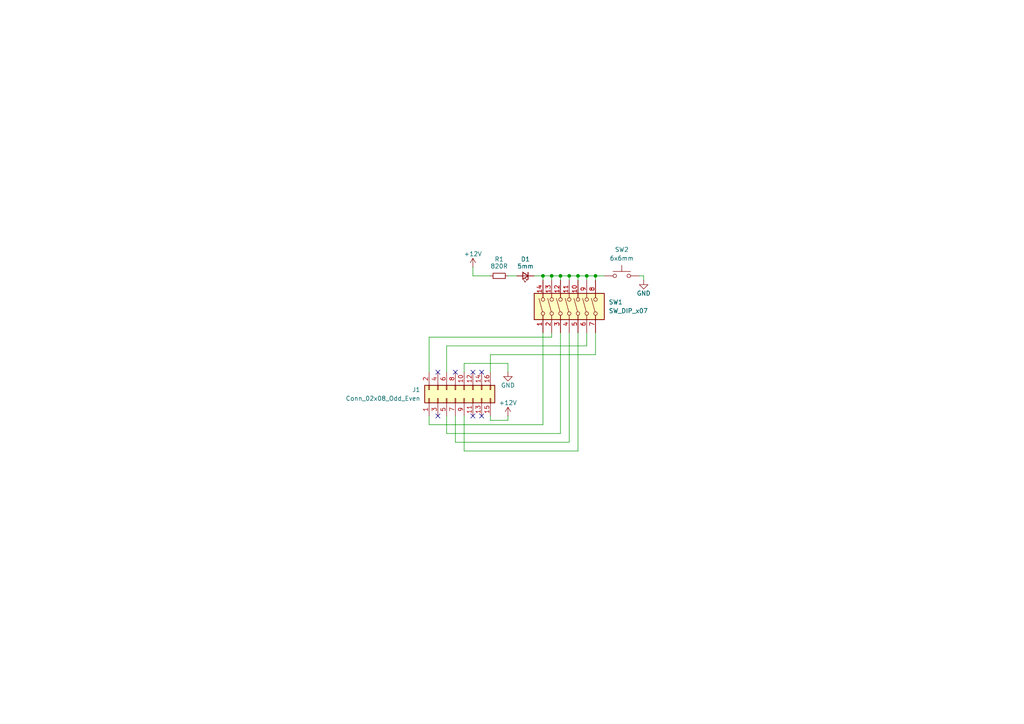
<source format=kicad_sch>
(kicad_sch (version 20231120) (generator "eeschema") (generator_version "8.0")
  (paper "A4")
  (lib_symbols
    (symbol "Connector_Generic:Conn_02x08_Odd_Even" (pin_names (offset 1.016) hide)
      (property "Reference" "J" (at 1.27 10.16 0))
      (property "Value" "Conn_02x08_Odd_Even" (at 1.27 -12.7 0))
      (symbol "Conn_02x08_Odd_Even_1_1"
        (rectangle (start -1.27 -10.033) (end 0 -10.287) (stroke (width 0.1524)))
        (rectangle (start -1.27 -7.493) (end 0 -7.747) (stroke (width 0.1524)))
        (rectangle (start -1.27 -4.953) (end 0 -5.207) (stroke (width 0.1524)))
        (rectangle (start -1.27 -2.413) (end 0 -2.667) (stroke (width 0.1524)))
        (rectangle (start -1.27 0.127) (end 0 -0.127) (stroke (width 0.1524)))
        (rectangle (start -1.27 2.667) (end 0 2.413) (stroke (width 0.1524)))
        (rectangle (start -1.27 5.207) (end 0 4.953) (stroke (width 0.1524)))
        (rectangle (start -1.27 7.747) (end 0 7.493) (stroke (width 0.1524)))
        (rectangle (start -1.27 8.89) (end 3.81 -11.43) (stroke (width 0.254)) (fill (type background)))
        (rectangle (start 3.81 -10.033) (end 2.54 -10.287) (stroke (width 0.1524)))
        (rectangle (start 3.81 -7.493) (end 2.54 -7.747) (stroke (width 0.1524)))
        (rectangle (start 3.81 -4.953) (end 2.54 -5.207) (stroke (width 0.1524)))
        (rectangle (start 3.81 -2.413) (end 2.54 -2.667) (stroke (width 0.1524)))
        (rectangle (start 3.81 0.127) (end 2.54 -0.127) (stroke (width 0.1524)))
        (rectangle (start 3.81 2.667) (end 2.54 2.413) (stroke (width 0.1524)))
        (rectangle (start 3.81 5.207) (end 2.54 4.953) (stroke (width 0.1524)))
        (rectangle (start 3.81 7.747) (end 2.54 7.493) (stroke (width 0.1524)))
        (pin passive line (at -5.08 7.62 0) (length 3.81) (name "Pin_1") (number "1"))
        (pin passive line (at 7.62 -2.54 180) (length 3.81) (name "Pin_10") (number "10"))
        (pin passive line (at -5.08 -5.08 0) (length 3.81) (name "Pin_11") (number "11"))
        (pin passive line (at 7.62 -5.08 180) (length 3.81) (name "Pin_12") (number "12"))
        (pin passive line (at -5.08 -7.62 0) (length 3.81) (name "Pin_13") (number "13"))
        (pin passive line (at 7.62 -7.62 180) (length 3.81) (name "Pin_14") (number "14"))
        (pin passive line (at -5.08 -10.16 0) (length 3.81) (name "Pin_15") (number "15"))
        (pin passive line (at 7.62 -10.16 180) (length 3.81) (name "Pin_16") (number "16"))
        (pin passive line (at 7.62 7.62 180) (length 3.81) (name "Pin_2") (number "2"))
        (pin passive line (at -5.08 5.08 0) (length 3.81) (name "Pin_3") (number "3"))
        (pin passive line (at 7.62 5.08 180) (length 3.81) (name "Pin_4") (number "4"))
        (pin passive line (at -5.08 2.54 0) (length 3.81) (name "Pin_5") (number "5"))
        (pin passive line (at 7.62 2.54 180) (length 3.81) (name "Pin_6") (number "6"))
        (pin passive line (at -5.08 0 0) (length 3.81) (name "Pin_7") (number "7"))
        (pin passive line (at 7.62 0 180) (length 3.81) (name "Pin_8") (number "8"))
        (pin passive line (at -5.08 -2.54 0) (length 3.81) (name "Pin_9") (number "9"))
      )
    )
    (symbol "Device:LED_Small" (pin_numbers hide) (pin_names (offset 0.254) hide)
      (property "Reference" "D" (at -1.27 3.175 0))
      (property "Value" "LED_Small" (at -4.445 -2.54 0))
      (symbol "LED_Small_0_1"
        (polyline (pts (xy -0.762 -1.016) (xy -0.762 1.016)) (stroke (width 0.254)))
        (polyline (pts (xy 1.016 0) (xy -0.762 0)))
        (polyline (pts (xy 0.762 -1.016) (xy -0.762 0) (xy 0.762 1.016) (xy 0.762 -1.016)) (stroke (width 0.254)))
        (polyline (pts (xy 0 0.762) (xy -0.508 1.27) (xy -0.254 1.27) (xy -0.508 1.27) (xy -0.508 1.016)))
        (polyline (pts (xy 0.508 1.27) (xy 0 1.778) (xy 0.254 1.778) (xy 0 1.778) (xy 0 1.524)))
      )
      (symbol "LED_Small_1_1"
        (pin passive line (at -2.54 0 0) (length 1.778) (name "K") (number "1"))
        (pin passive line (at 2.54 0 180) (length 1.778) (name "A") (number "2"))
      )
    )
    (symbol "Device:R_Small" (pin_numbers hide) (pin_names (offset 0.254) hide)
      (property "Reference" "R" (at 0.762 0.508 0))
      (property "Value" "R_Small" (at 0.762 -1.016 0))
      (symbol "R_Small_0_1"
        (rectangle (start -0.762 1.778) (end 0.762 -1.778) (stroke (width 0.2032)))
      )
      (symbol "R_Small_1_1"
        (pin passive line (at 0 2.54 270) (length 0.762) (name "~") (number "1"))
        (pin passive line (at 0 -2.54 90) (length 0.762) (name "~") (number "2"))
      )
    )
    (symbol "Switch:SW_DIP_x07" (pin_names (offset 0) hide)
      (property "Reference" "SW" (at 0 11.43 0))
      (property "Value" "SW_DIP_x07" (at 0 -11.43 0))
      (symbol "SW_DIP_x07_0_0"
        (circle (center -2.032 -7.62) (radius 0.508))
        (circle (center -2.032 -5.08) (radius 0.508))
        (circle (center -2.032 -2.54) (radius 0.508))
        (circle (center -2.032 0) (radius 0.508))
        (circle (center -2.032 2.54) (radius 0.508))
        (circle (center -2.032 5.08) (radius 0.508))
        (circle (center -2.032 7.62) (radius 0.508))
        (polyline (pts (xy -1.524 -7.4676) (xy 2.3622 -6.4262)))
        (polyline (pts (xy -1.524 -4.9276) (xy 2.3622 -3.8862)))
        (polyline (pts (xy -1.524 -2.413) (xy 2.3622 -1.3716)))
        (polyline (pts (xy -1.524 0.127) (xy 2.3622 1.1684)))
        (polyline (pts (xy -1.524 2.667) (xy 2.3622 3.7084)))
        (polyline (pts (xy -1.524 5.207) (xy 2.3622 6.2484)))
        (polyline (pts (xy -1.524 7.747) (xy 2.3622 8.7884)))
        (circle (center 2.032 -7.62) (radius 0.508))
        (circle (center 2.032 -5.08) (radius 0.508))
        (circle (center 2.032 -2.54) (radius 0.508))
        (circle (center 2.032 0) (radius 0.508))
        (circle (center 2.032 2.54) (radius 0.508))
        (circle (center 2.032 5.08) (radius 0.508))
        (circle (center 2.032 7.62) (radius 0.508))
      )
      (symbol "SW_DIP_x07_0_1"
        (rectangle (start -3.81 10.16) (end 3.81 -10.16) (stroke (width 0.254)) (fill (type background)))
      )
      (symbol "SW_DIP_x07_1_1"
        (pin passive line (at -7.62 7.62 0) (length 5.08) (name "~") (number "1"))
        (pin passive line (at 7.62 -2.54 180) (length 5.08) (name "~") (number "10"))
        (pin passive line (at 7.62 0 180) (length 5.08) (name "~") (number "11"))
        (pin passive line (at 7.62 2.54 180) (length 5.08) (name "~") (number "12"))
        (pin passive line (at 7.62 5.08 180) (length 5.08) (name "~") (number "13"))
        (pin passive line (at 7.62 7.62 180) (length 5.08) (name "~") (number "14"))
        (pin passive line (at -7.62 5.08 0) (length 5.08) (name "~") (number "2"))
        (pin passive line (at -7.62 2.54 0) (length 5.08) (name "~") (number "3"))
        (pin passive line (at -7.62 0 0) (length 5.08) (name "~") (number "4"))
        (pin passive line (at -7.62 -2.54 0) (length 5.08) (name "~") (number "5"))
        (pin passive line (at -7.62 -5.08 0) (length 5.08) (name "~") (number "6"))
        (pin passive line (at -7.62 -7.62 0) (length 5.08) (name "~") (number "7"))
        (pin passive line (at 7.62 -7.62 180) (length 5.08) (name "~") (number "8"))
        (pin passive line (at 7.62 -5.08 180) (length 5.08) (name "~") (number "9"))
      )
    )
    (symbol "Switch:SW_Push" (pin_numbers hide) (pin_names (offset 1.016) hide)
      (property "Reference" "SW" (at 1.27 2.54 0))
      (property "Value" "SW_Push" (at 0 -1.524 0))
      (symbol "SW_Push_0_1"
        (circle (center -2.032 0) (radius 0.508))
        (polyline (pts (xy 0 1.27) (xy 0 3.048)))
        (polyline (pts (xy 2.54 1.27) (xy -2.54 1.27)))
        (circle (center 2.032 0) (radius 0.508))
        (pin passive line (at -5.08 0 0) (length 2.54) (name "1") (number "1"))
        (pin passive line (at 5.08 0 180) (length 2.54) (name "2") (number "2"))
      )
    )
    (symbol "power:+12V" (power) (pin_numbers hide) (pin_names (offset 0) hide)
      (property "Value" "+12V" (at 0 3.556 0))
      (symbol "+12V_0_1"
        (polyline (pts (xy -0.762 1.27) (xy 0 2.54)))
        (polyline (pts (xy 0 0) (xy 0 2.54)))
        (polyline (pts (xy 0 2.54) (xy 0.762 1.27)))
      )
      (symbol "+12V_1_1"
        (pin power_in line (at 0 0 90) (length 0) (name "~") (number "1"))
      )
    )
    (symbol "power:GND" (power) (pin_numbers hide) (pin_names (offset 0) hide)
      (property "Value" "GND" (at 0 -3.81 0))
      (symbol "GND_0_1"
        (polyline (pts (xy 0 0) (xy 0 -1.27) (xy 1.27 -1.27) (xy 0 -2.54) (xy -1.27 -1.27) (xy 0 -1.27)))
      )
      (symbol "GND_1_1"
        (pin power_in line (at 0 0 270) (length 0) (name "~") (number "1"))
      )
    )
  )
  (junction (at 172.72 80.01))
  (junction (at 157.48 80.01))
  (junction (at 165.1 80.01))
  (junction (at 170.18 80.01))
  (junction (at 160.02 80.01))
  (junction (at 167.64 80.01))
  (junction (at 162.56 80.01))
  (no_connect (at 139.7 107.95))
  (no_connect (at 139.7 120.65))
  (no_connect (at 137.16 107.95))
  (no_connect (at 132.08 107.95))
  (no_connect (at 127 120.65))
  (no_connect (at 137.16 120.65))
  (no_connect (at 127 107.95))
  (wire (pts (xy 154.94 80.01) (xy 157.48 80.01)))
  (wire (pts (xy 124.46 97.79) (xy 160.02 97.79)))
  (wire (pts (xy 172.72 80.01) (xy 172.72 81.28)))
  (wire (pts (xy 129.54 125.73) (xy 162.56 125.73)))
  (wire (pts (xy 157.48 80.01) (xy 160.02 80.01)))
  (wire (pts (xy 185.42 80.01) (xy 186.69 80.01)))
  (wire (pts (xy 147.32 121.92) (xy 147.32 120.65)))
  (wire (pts (xy 162.56 125.73) (xy 162.56 96.52)))
  (wire (pts (xy 124.46 120.65) (xy 124.46 123.19)))
  (wire (pts (xy 165.1 81.28) (xy 165.1 80.01)))
  (wire (pts (xy 129.54 107.95) (xy 129.54 100.33)))
  (wire (pts (xy 142.24 120.65) (xy 142.24 121.92)))
  (wire (pts (xy 167.64 130.81) (xy 167.64 96.52)))
  (wire (pts (xy 124.46 107.95) (xy 124.46 97.79)))
  (wire (pts (xy 186.69 80.01) (xy 186.69 81.28)))
  (wire (pts (xy 170.18 80.01) (xy 172.72 80.01)))
  (wire (pts (xy 160.02 97.79) (xy 160.02 96.52)))
  (wire (pts (xy 167.64 80.01) (xy 170.18 80.01)))
  (wire (pts (xy 134.62 130.81) (xy 167.64 130.81)))
  (wire (pts (xy 134.62 120.65) (xy 134.62 130.81)))
  (wire (pts (xy 142.24 102.87) (xy 172.72 102.87)))
  (wire (pts (xy 147.32 105.41) (xy 147.32 107.95)))
  (wire (pts (xy 132.08 128.27) (xy 165.1 128.27)))
  (wire (pts (xy 172.72 80.01) (xy 175.26 80.01)))
  (wire (pts (xy 142.24 107.95) (xy 142.24 102.87)))
  (wire (pts (xy 137.16 77.47) (xy 137.16 80.01)))
  (wire (pts (xy 160.02 80.01) (xy 160.02 81.28)))
  (wire (pts (xy 129.54 100.33) (xy 170.18 100.33)))
  (wire (pts (xy 172.72 102.87) (xy 172.72 96.52)))
  (wire (pts (xy 129.54 120.65) (xy 129.54 125.73)))
  (wire (pts (xy 170.18 100.33) (xy 170.18 96.52)))
  (wire (pts (xy 157.48 80.01) (xy 157.48 81.28)))
  (wire (pts (xy 132.08 120.65) (xy 132.08 128.27)))
  (wire (pts (xy 165.1 128.27) (xy 165.1 96.52)))
  (wire (pts (xy 134.62 105.41) (xy 147.32 105.41)))
  (wire (pts (xy 170.18 80.01) (xy 170.18 81.28)))
  (wire (pts (xy 142.24 121.92) (xy 147.32 121.92)))
  (wire (pts (xy 162.56 80.01) (xy 165.1 80.01)))
  (wire (pts (xy 134.62 107.95) (xy 134.62 105.41)))
  (wire (pts (xy 147.32 80.01) (xy 149.86 80.01)))
  (wire (pts (xy 160.02 80.01) (xy 162.56 80.01)))
  (wire (pts (xy 137.16 80.01) (xy 142.24 80.01)))
  (wire (pts (xy 157.48 123.19) (xy 157.48 96.52)))
  (wire (pts (xy 124.46 123.19) (xy 157.48 123.19)))
  (wire (pts (xy 167.64 80.01) (xy 167.64 81.28)))
  (wire (pts (xy 162.56 80.01) (xy 162.56 81.28)))
  (wire (pts (xy 165.1 80.01) (xy 167.64 80.01)))
  (symbol (lib_id "Device:LED_Small") (at 152.4 80.01 180) (unit 1)
    (property "Reference" "D1" (at 152.4 75.184 0))
    (property "Value" "5mm" (at 152.4 77.216 0))
    (property "Footprint" "LED_THT:LED_D5.0mm" (effects (hide yes)))
    (property "Description" "Light emitting diode, small symbol" (effects (hide yes)))
  )
  (symbol (lib_id "power:+12V") (at 147.32 120.65 0) (unit 1)
    (property "Reference" "#PWR01" (effects (hide yes)))
    (property "Value" "+12V" (at 147.32 116.84 0))
    (property "Description" "Power symbol creates a global label with name \"+12V\"" (effects (hide yes)))
  )
  (symbol (lib_id "power:GND") (at 186.69 81.28 0) (unit 1)
    (property "Reference" "#PWR03" (effects (hide yes)))
    (property "Value" "GND" (at 186.69 85.09 0))
    (property "Description" "Power symbol creates a global label with name \"GND\" , ground" (effects (hide yes)))
  )
  (symbol (lib_id "power:+12V") (at 137.16 77.47 0) (unit 1)
    (property "Reference" "#PWR04" (effects (hide yes)))
    (property "Value" "+12V" (at 137.16 73.66 0))
    (property "Description" "Power symbol creates a global label with name \"+12V\"" (effects (hide yes)))
  )
  (symbol (lib_id "power:GND") (at 147.32 107.95 0) (unit 1)
    (property "Reference" "#PWR02" (effects (hide yes)))
    (property "Value" "GND" (at 147.32 111.76 0))
    (property "Description" "Power symbol creates a global label with name \"GND\" , ground" (effects (hide yes)))
  )
  (symbol (lib_id "Switch:SW_DIP_x07") (at 165.1 88.9 90) (unit 1)
    (property "Reference" "SW1" (at 176.53 87.6299 90) (effects (justify right)))
    (property "Value" "SW_DIP_x07" (at 176.53 90.1699 90) (effects (justify right)))
    (property "Footprint" "Button_Switch_THT:SW_DIP_SPSTx07_Slide_9.78x19.96mm_W7.62mm_P2.54mm" (effects (hide yes)))
    (property "Description" "7x DIP Switch, Single Pole Single Throw (SPST) switch, small symbol" (effects (hide yes)))
  )
  (symbol (lib_id "Switch:SW_Push") (at 180.34 80.01 0) (unit 1)
    (property "Reference" "SW2" (at 180.34 72.39 0))
    (property "Value" "6x6mm" (at 180.34 74.93 0))
    (property "Footprint" "Button_Switch_THT:SW_PUSH_6mm" (effects (hide yes)))
    (property "Description" "Push button switch, generic, two pins" (effects (hide yes)))
  )
  (symbol (lib_id "Connector_Generic:Conn_02x08_Odd_Even") (at 132.08 115.57 90) (unit 1)
    (property "Reference" "J1" (at 121.92 113.0299 90) (effects (justify left)))
    (property "Value" "Conn_02x08_Odd_Even" (at 121.92 115.5699 90) (effects (justify left)))
    (property "Footprint" "Connector_PinSocket_2.54mm:PinSocket_2x08_P2.54mm_Vertical" (effects (hide yes)))
    (property "Description" "Generic connector, double row, 02x08, odd/even pin numbering scheme (row 1 odd numbers, row 2 even numbers), script generated (kicad-library-utils/schlib/autogen/connector/)" (effects (hide yes)))
  )
  (symbol (lib_id "Device:R_Small") (at 144.78 80.01 90) (unit 1)
    (property "Reference" "R1" (at 144.78 75.184 90))
    (property "Value" "820R" (at 144.78 77.216 90))
    (property "Footprint" "Resistor_THT:R_Axial_DIN0207_L6.3mm_D2.5mm_P2.54mm_Vertical" (effects (hide yes)))
    (property "Description" "Resistor, small symbol" (effects (hide yes)))
  )
)
</source>
